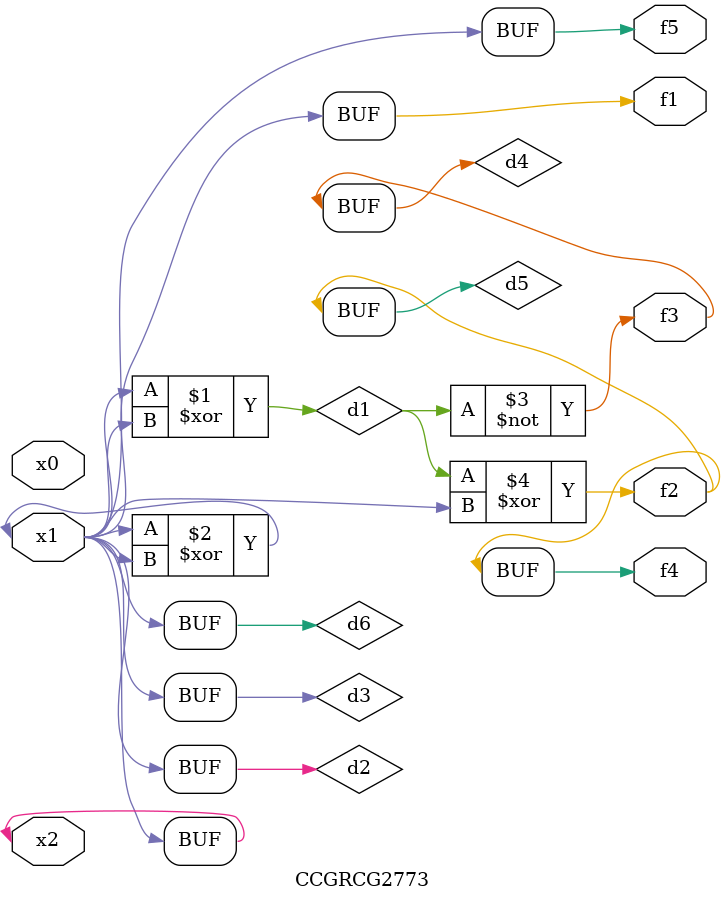
<source format=v>
module CCGRCG2773(
	input x0, x1, x2,
	output f1, f2, f3, f4, f5
);

	wire d1, d2, d3, d4, d5, d6;

	xor (d1, x1, x2);
	buf (d2, x1, x2);
	xor (d3, x1, x2);
	nor (d4, d1);
	xor (d5, d1, d2);
	buf (d6, d2, d3);
	assign f1 = d6;
	assign f2 = d5;
	assign f3 = d4;
	assign f4 = d5;
	assign f5 = d6;
endmodule

</source>
